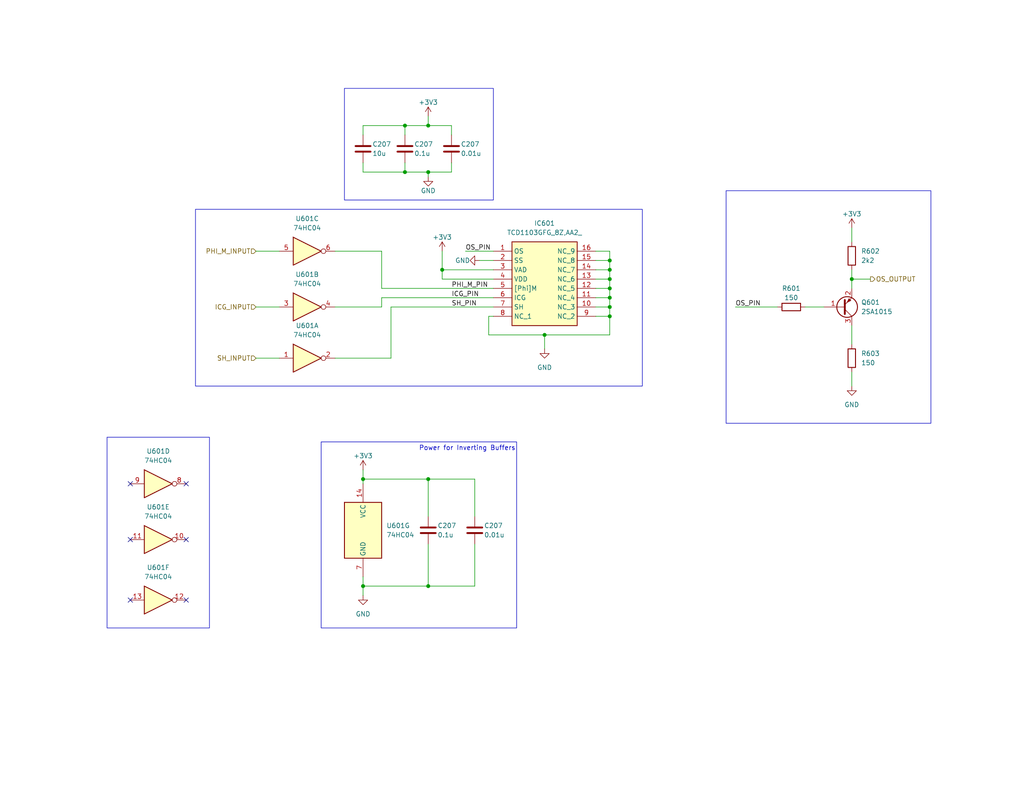
<source format=kicad_sch>
(kicad_sch (version 20230121) (generator eeschema)
  (paper "USLetter")
  (title_block (date "2023-11-30") (rev "Rev6"))
  (lib_symbols
    (symbol "74xx:74HC04"
      (property "Reference" "U" (at 0 1.27 0))
      (property "Value" "74HC04" (at 0 -1.27 0))
      (symbol "74HC04_1_0"
        (polyline (pts (xy -3.81 3.81) (xy -3.81 -3.81) (xy 3.81 0) (xy -3.81 3.81)) (stroke (width 0.254)) (fill (type background)))
        (pin input line (at -7.62 0 0) (length 3.81) (name "~") (number "1"))
        (pin output inverted (at 7.62 0 180) (length 3.81) (name "~") (number "2"))
      )
      (symbol "74HC04_2_0"
        (polyline (pts (xy -3.81 3.81) (xy -3.81 -3.81) (xy 3.81 0) (xy -3.81 3.81)) (stroke (width 0.254)) (fill (type background)))
        (pin input line (at -7.62 0 0) (length 3.81) (name "~") (number "3"))
        (pin output inverted (at 7.62 0 180) (length 3.81) (name "~") (number "4"))
      )
      (symbol "74HC04_3_0"
        (polyline (pts (xy -3.81 3.81) (xy -3.81 -3.81) (xy 3.81 0) (xy -3.81 3.81)) (stroke (width 0.254)) (fill (type background)))
        (pin input line (at -7.62 0 0) (length 3.81) (name "~") (number "5"))
        (pin output inverted (at 7.62 0 180) (length 3.81) (name "~") (number "6"))
      )
      (symbol "74HC04_4_0"
        (polyline (pts (xy -3.81 3.81) (xy -3.81 -3.81) (xy 3.81 0) (xy -3.81 3.81)) (stroke (width 0.254)) (fill (type background)))
        (pin output inverted (at 7.62 0 180) (length 3.81) (name "~") (number "8"))
        (pin input line (at -7.62 0 0) (length 3.81) (name "~") (number "9"))
      )
      (symbol "74HC04_5_0"
        (polyline (pts (xy -3.81 3.81) (xy -3.81 -3.81) (xy 3.81 0) (xy -3.81 3.81)) (stroke (width 0.254)) (fill (type background)))
        (pin output inverted (at 7.62 0 180) (length 3.81) (name "~") (number "10"))
        (pin input line (at -7.62 0 0) (length 3.81) (name "~") (number "11"))
      )
      (symbol "74HC04_6_0"
        (polyline (pts (xy -3.81 3.81) (xy -3.81 -3.81) (xy 3.81 0) (xy -3.81 3.81)) (stroke (width 0.254)) (fill (type background)))
        (pin output inverted (at 7.62 0 180) (length 3.81) (name "~") (number "12"))
        (pin input line (at -7.62 0 0) (length 3.81) (name "~") (number "13"))
      )
      (symbol "74HC04_7_0"
        (pin power_in line (at 0 12.7 270) (length 5.08) (name "VCC") (number "14"))
        (pin power_in line (at 0 -12.7 90) (length 5.08) (name "GND") (number "7"))
      )
      (symbol "74HC04_7_1"
        (rectangle (start -5.08 7.62) (end 5.08 -7.62) (stroke (width 0.254)) (fill (type background)))
      )
    )
    (symbol "BIRDS-X_Symbols_Lib:2SA1015_SMT" (pin_names (offset 0) hide)
      (property "Reference" "Q" (at 5.08 1.905 0))
      (property "Value" "2SA1015" (at 5.08 0 0))
      (symbol "2SA1015_SMT_0_1"
        (polyline (pts (xy 0 0) (xy 0.635 0)))
        (polyline (pts (xy 2.54 -2.54) (xy 0.635 -0.635)))
        (polyline (pts (xy 2.54 2.54) (xy 0.635 0.635)))
        (polyline (pts (xy 0.635 1.905) (xy 0.635 -1.905) (xy 0.635 -1.905)) (stroke (width 0.508)) (fill (type outline)))
        (polyline (pts (xy 1.778 -2.286) (xy 2.286 -1.778) (xy 1.27 -1.27) (xy 1.778 -2.286) (xy 1.778 -2.286)) (fill (type outline)))
        (circle (center 1.27 0) (radius 2.8194) (stroke (width 0.254)))
      )
      (symbol "2SA1015_SMT_1_1"
        (pin input line (at -5.08 0 0) (length 5.08) (name "B") (number "1"))
        (pin passive line (at 2.54 -5.08 90) (length 2.54) (name "E") (number "2"))
        (pin passive line (at 2.54 5.08 270) (length 2.54) (name "C") (number "3"))
      )
    )
    (symbol "BIRDS-X_Symbols_Lib:TCD1103GFG_8Z,AA2_"
      (property "Reference" "IC" (at 24.13 7.62 0))
      (property "Value" "TCD1103GFG_8Z,AA2_" (at 24.13 5.08 0))
      (symbol "TCD1103GFG_8Z,AA2__1_1"
        (rectangle (start 5.08 2.54) (end 22.86 -20.32) (stroke (width 0.254)) (fill (type background)))
        (pin passive line (at 0 0 0) (length 5.08) (name "OS") (number "1"))
        (pin passive line (at 27.94 -15.24 180) (length 5.08) (name "NC_3") (number "10"))
        (pin passive line (at 27.94 -12.7 180) (length 5.08) (name "NC_4") (number "11"))
        (pin passive line (at 27.94 -10.16 180) (length 5.08) (name "NC_5") (number "12"))
        (pin passive line (at 27.94 -7.62 180) (length 5.08) (name "NC_6") (number "13"))
        (pin passive line (at 27.94 -5.08 180) (length 5.08) (name "NC_7") (number "14"))
        (pin passive line (at 27.94 -2.54 180) (length 5.08) (name "NC_8") (number "15"))
        (pin passive line (at 27.94 0 180) (length 5.08) (name "NC_9") (number "16"))
        (pin passive line (at 0 -2.54 0) (length 5.08) (name "SS") (number "2"))
        (pin passive line (at 0 -5.08 0) (length 5.08) (name "VAD") (number "3"))
        (pin passive line (at 0 -7.62 0) (length 5.08) (name "VDD") (number "4"))
        (pin passive line (at 0 -10.16 0) (length 5.08) (name "[Phi]M") (number "5"))
        (pin passive line (at 0 -12.7 0) (length 5.08) (name "ICG") (number "6"))
        (pin passive line (at 0 -15.24 0) (length 5.08) (name "SH") (number "7"))
        (pin passive line (at 0 -17.78 0) (length 5.08) (name "NC_1") (number "8"))
        (pin passive line (at 27.94 -17.78 180) (length 5.08) (name "NC_2") (number "9"))
      )
    )
    (symbol "Device:C" (pin_numbers hide) (pin_names (offset 0.254))
      (property "Reference" "C" (at 0.635 2.54 0))
      (property "Value" "C" (at 0.635 -2.54 0))
      (symbol "C_0_1"
        (polyline (pts (xy -2.032 -0.762) (xy 2.032 -0.762)) (stroke (width 0.508)))
        (polyline (pts (xy -2.032 0.762) (xy 2.032 0.762)) (stroke (width 0.508)))
      )
      (symbol "C_1_1"
        (pin passive line (at 0 3.81 270) (length 2.794) (name "~") (number "1"))
        (pin passive line (at 0 -3.81 90) (length 2.794) (name "~") (number "2"))
      )
    )
    (symbol "Device:R" (pin_numbers hide) (pin_names (offset 0))
      (property "Reference" "R" (at 2.032 0 90))
      (property "Value" "R" (at 0 0 90))
      (symbol "R_0_1"
        (rectangle (start -1.016 -2.54) (end 1.016 2.54) (stroke (width 0.254)))
      )
      (symbol "R_1_1"
        (pin passive line (at 0 3.81 270) (length 1.27) (name "~") (number "1"))
        (pin passive line (at 0 -3.81 90) (length 1.27) (name "~") (number "2"))
      )
    )
    (symbol "power:+3V3" (power) (pin_names (offset 0))
      (property "Value" "+3V3" (at 0 3.556 0))
      (symbol "+3V3_0_1"
        (polyline (pts (xy -0.762 1.27) (xy 0 2.54)))
        (polyline (pts (xy 0 0) (xy 0 2.54)))
        (polyline (pts (xy 0 2.54) (xy 0.762 1.27)))
      )
      (symbol "+3V3_1_1"
        (pin power_in line (at 0 0 90) (length 0) hide (name "+3V3") (number "1"))
      )
    )
    (symbol "power:GND" (power) (pin_names (offset 0))
      (property "Value" "GND" (at 0 -3.81 0))
      (symbol "GND_0_1"
        (polyline (pts (xy 0 0) (xy 0 -1.27) (xy 1.27 -1.27) (xy 0 -2.54) (xy -1.27 -1.27) (xy 0 -1.27)))
      )
      (symbol "GND_1_1"
        (pin power_in line (at 0 0 270) (length 0) hide (name "GND") (number "1"))
      )
    )
  )
  (junction (at 148.59 91.44))
  (junction (at 232.41 76.2))
  (junction (at 166.37 71.12))
  (junction (at 99.06 160.02))
  (junction (at 166.37 83.82))
  (junction (at 116.84 130.81))
  (junction (at 116.84 34.29))
  (junction (at 116.84 46.99))
  (junction (at 166.37 73.66))
  (junction (at 166.37 76.2))
  (junction (at 116.84 160.02))
  (junction (at 120.65 73.66))
  (junction (at 110.49 34.29))
  (junction (at 166.37 86.36))
  (junction (at 166.37 78.74))
  (junction (at 99.06 130.81))
  (junction (at 166.37 81.28))
  (junction (at 110.49 46.99))
  (no_connect (at 50.8 132.08))
  (no_connect (at 35.56 163.83))
  (no_connect (at 50.8 163.83))
  (no_connect (at 35.56 132.08))
  (no_connect (at 35.56 147.32))
  (no_connect (at 50.8 147.32))
  (wire (pts (xy 116.84 130.81) (xy 99.06 130.81)))
  (wire (pts (xy 104.14 83.82) (xy 104.14 81.28)))
  (wire (pts (xy 99.06 46.99) (xy 110.49 46.99)))
  (wire (pts (xy 116.84 34.29) (xy 123.19 34.29)))
  (wire (pts (xy 134.62 86.36) (xy 133.35 86.36)))
  (wire (pts (xy 232.41 101.6) (xy 232.41 105.41)))
  (wire (pts (xy 148.59 91.44) (xy 166.37 91.44)))
  (wire (pts (xy 129.54 148.59) (xy 129.54 160.02)))
  (wire (pts (xy 69.85 83.82) (xy 76.2 83.82)))
  (wire (pts (xy 129.54 130.81) (xy 116.84 130.81)))
  (wire (pts (xy 166.37 86.36) (xy 166.37 91.44)))
  (wire (pts (xy 134.62 76.2) (xy 120.65 76.2)))
  (wire (pts (xy 166.37 68.58) (xy 166.37 71.12)))
  (wire (pts (xy 99.06 36.83) (xy 99.06 34.29)))
  (wire (pts (xy 123.19 34.29) (xy 123.19 36.83)))
  (wire (pts (xy 162.56 86.36) (xy 166.37 86.36)))
  (wire (pts (xy 91.44 97.79) (xy 106.68 97.79)))
  (wire (pts (xy 127 68.58) (xy 134.62 68.58)))
  (wire (pts (xy 110.49 44.45) (xy 110.49 46.99)))
  (wire (pts (xy 129.54 140.97) (xy 129.54 130.81)))
  (wire (pts (xy 99.06 157.48) (xy 99.06 160.02)))
  (wire (pts (xy 99.06 160.02) (xy 99.06 162.56)))
  (wire (pts (xy 120.65 73.66) (xy 120.65 68.58)))
  (wire (pts (xy 166.37 78.74) (xy 166.37 81.28)))
  (wire (pts (xy 166.37 71.12) (xy 166.37 73.66)))
  (wire (pts (xy 69.85 68.58) (xy 76.2 68.58)))
  (wire (pts (xy 162.56 81.28) (xy 166.37 81.28)))
  (wire (pts (xy 110.49 46.99) (xy 116.84 46.99)))
  (wire (pts (xy 232.41 76.2) (xy 237.49 76.2)))
  (wire (pts (xy 104.14 81.28) (xy 134.62 81.28)))
  (wire (pts (xy 166.37 76.2) (xy 166.37 78.74)))
  (wire (pts (xy 116.84 160.02) (xy 99.06 160.02)))
  (wire (pts (xy 110.49 34.29) (xy 116.84 34.29)))
  (wire (pts (xy 116.84 140.97) (xy 116.84 130.81)))
  (wire (pts (xy 104.14 78.74) (xy 134.62 78.74)))
  (wire (pts (xy 106.68 83.82) (xy 134.62 83.82)))
  (wire (pts (xy 116.84 31.75) (xy 116.84 34.29)))
  (wire (pts (xy 99.06 34.29) (xy 110.49 34.29)))
  (wire (pts (xy 162.56 78.74) (xy 166.37 78.74)))
  (wire (pts (xy 69.85 97.79) (xy 76.2 97.79)))
  (wire (pts (xy 116.84 148.59) (xy 116.84 160.02)))
  (wire (pts (xy 219.71 83.82) (xy 224.79 83.82)))
  (wire (pts (xy 133.35 86.36) (xy 133.35 91.44)))
  (wire (pts (xy 166.37 81.28) (xy 166.37 83.82)))
  (wire (pts (xy 232.41 76.2) (xy 232.41 78.74)))
  (wire (pts (xy 123.19 46.99) (xy 123.19 44.45)))
  (wire (pts (xy 162.56 71.12) (xy 166.37 71.12)))
  (wire (pts (xy 120.65 73.66) (xy 134.62 73.66)))
  (wire (pts (xy 162.56 83.82) (xy 166.37 83.82)))
  (wire (pts (xy 130.81 71.12) (xy 134.62 71.12)))
  (wire (pts (xy 129.54 160.02) (xy 116.84 160.02)))
  (wire (pts (xy 104.14 68.58) (xy 104.14 78.74)))
  (wire (pts (xy 232.41 62.23) (xy 232.41 66.04)))
  (wire (pts (xy 110.49 36.83) (xy 110.49 34.29)))
  (wire (pts (xy 162.56 76.2) (xy 166.37 76.2)))
  (wire (pts (xy 232.41 88.9) (xy 232.41 93.98)))
  (wire (pts (xy 99.06 130.81) (xy 99.06 132.08)))
  (wire (pts (xy 120.65 76.2) (xy 120.65 73.66)))
  (wire (pts (xy 99.06 128.27) (xy 99.06 130.81)))
  (wire (pts (xy 148.59 91.44) (xy 148.59 95.25)))
  (wire (pts (xy 166.37 83.82) (xy 166.37 86.36)))
  (wire (pts (xy 162.56 68.58) (xy 166.37 68.58)))
  (wire (pts (xy 166.37 73.66) (xy 166.37 76.2)))
  (wire (pts (xy 116.84 46.99) (xy 116.84 48.26)))
  (wire (pts (xy 116.84 46.99) (xy 123.19 46.99)))
  (wire (pts (xy 91.44 83.82) (xy 104.14 83.82)))
  (wire (pts (xy 162.56 73.66) (xy 166.37 73.66)))
  (wire (pts (xy 106.68 97.79) (xy 106.68 83.82)))
  (wire (pts (xy 200.66 83.82) (xy 212.09 83.82)))
  (wire (pts (xy 133.35 91.44) (xy 148.59 91.44)))
  (wire (pts (xy 99.06 44.45) (xy 99.06 46.99)))
  (wire (pts (xy 232.41 73.66) (xy 232.41 76.2)))
  (wire (pts (xy 91.44 68.58) (xy 104.14 68.58)))
  (rectangle (start 87.63 120.65) (end 140.97 171.45))
  (rectangle (start 198.12 52.07) (end 254 115.57))
  (rectangle (start 93.98 24.13) (end 134.62 54.61))
  (rectangle (start 53.34 57.15) (end 175.26 105.41))
  (rectangle (start 29.21 119.38) (end 57.15 171.45))
  (text "Power for Inverting Buffers" (at 114.3 123.19 0) (effects (font (size 1.27 1.27)) (justify left bottom)))
  (label "OS_PIN" (at 127 68.58 0))
  (label "PHI_M_PIN" (at 123.19 78.74 0))
  (label "OS_PIN" (at 200.66 83.82 0))
  (label "ICG_PIN" (at 123.19 81.28 0))
  (label "SH_PIN" (at 123.19 83.82 0))
  (hierarchical_label "PHI_M_INPUT" (shape input) (at 69.85 68.58 180))
  (hierarchical_label "ICG_INPUT" (shape input) (at 69.85 83.82 180))
  (hierarchical_label "OS_OUTPUT" (shape output) (at 237.49 76.2 0))
  (hierarchical_label "SH_INPUT" (shape input) (at 69.85 97.79 180))
  (symbol (lib_id "74xx:74HC04") (at 83.82 68.58 0) (unit 3)
    (property "Reference" "U601" (at 83.82 59.69 0))
    (property "Value" "74HC04" (at 83.82 62.23 0))
    (property "Footprint" "Package_SO:SOIC-14_3.9x8.7mm_P1.27mm" (effects hide))
    (property "Datasheet" "https://assets.nexperia.com/documents/data-sheet/74HC_HCT04.pdf" (effects hide))
    (property "LCSC" "C86613" (effects hide))
    (instances (project "BIRDS-X-PCB" (path "" (reference "U601") (unit 3)) (path "" (reference "U701") (unit 3))))
  )
  (symbol (lib_id "BIRDS-X_Symbols_Lib:TCD1103GFG_8Z,AA2_") (at 134.62 68.58 0) (unit 1)
    (property "Reference" "IC601" (at 148.59 60.96 0))
    (property "Value" "TCD1103GFG_8Z,AA2_" (at 148.59 63.5 0))
    (property "Footprint" "BIRDS-X_Footprints_Lib:TCD1103GFG8ZAA2" (effects hide))
    (property "Datasheet" "https://toshiba.semicon-storage.com/info/Web_Datasheet_en_20190124.pdf?did=13705" (effects hide))
    (property "Height" "2.48" (effects hide))
    (property "Mouser Part Number" "757-TCD1103GFG8ZAA2" (effects hide))
    (property "Mouser Price/Stock" "https://www.mouser.co.uk/ProductDetail/Toshiba/TCD1103GFG8ZAA2?qs=4qgZ1GHix0XOfPiKKqbsUQ%3D%3D" (effects hide))
    (property "Manufacturer_Name" "Toshiba" (effects hide))
    (property "Manufacturer_Part_Number" "TCD1103GFG(8Z,AA2)" (effects hide))
    (instances (project "BIRDS-X-PCB" (path "" (reference "IC601") (unit 1)) (path "" (reference "IC701") (unit 1))))
  )
  (symbol (lib_id "Device:C") (at 116.84 144.78 0) (unit 1)
    (property "Reference" "C207" (at 119.38 143.51 0) (effects (justify left)))
    (property "Value" "0.1u" (at 119.38 146.05 0) (effects (justify left)))
    (property "Footprint" "Capacitor_SMD:C_0603_1608Metric_Pad1.08x0.95mm_HandSolder" (effects hide))
    (instances (project "BIRDS-X-PCB" (path "" (reference "C207") (unit 1)) (path "" (reference "C603") (unit 1)) (path "" (reference "C703") (unit 1))))
  )
  (symbol (lib_id "power:GND") (at 99.06 162.56 0) (unit 1)
    (property "Reference" "#PWR08" (effects hide))
    (property "Value" "GND" (at 99.06 167.64 0))
    (instances (project "BIRDS-X-PCB" (path "" (reference "#PWR08") (unit 1)) (path "" (reference "#PWR0201") (unit 1)) (path "" (reference "#PWR0602") (unit 1)) (path "" (reference "#PWR0702") (unit 1))))
  )
  (symbol (lib_id "74xx:74HC04") (at 43.18 147.32 0) (unit 5)
    (property "Reference" "U601" (at 43.18 138.43 0))
    (property "Value" "74HC04" (at 43.18 140.97 0))
    (property "Footprint" "Package_SO:SOIC-14_3.9x8.7mm_P1.27mm" (effects hide))
    (property "Datasheet" "https://assets.nexperia.com/documents/data-sheet/74HC_HCT04.pdf" (effects hide))
    (property "LCSC" "C86613" (effects hide))
    (instances (project "BIRDS-X-PCB" (path "" (reference "U601") (unit 5)) (path "" (reference "U701") (unit 5))))
  )
  (symbol (lib_id "74xx:74HC04") (at 99.06 144.78 0) (unit 7)
    (property "Reference" "U601" (at 105.41 143.51 0) (effects (justify left)))
    (property "Value" "74HC04" (at 105.41 146.05 0) (effects (justify left)))
    (property "Footprint" "Package_SO:SOIC-14_3.9x8.7mm_P1.27mm" (effects hide))
    (property "Datasheet" "https://assets.nexperia.com/documents/data-sheet/74HC_HCT04.pdf" (effects hide))
    (property "LCSC" "C86613" (effects hide))
    (instances (project "BIRDS-X-PCB" (path "" (reference "U601") (unit 7)) (path "" (reference "U701") (unit 7))))
  )
  (symbol (lib_id "power:+3V3") (at 99.06 128.27 0) (unit 1)
    (property "Reference" "#PWR0207" (effects hide))
    (property "Value" "+3V3" (at 99.06 124.46 0))
    (instances (project "BIRDS-X-PCB" (path "" (reference "#PWR0207") (unit 1)) (path "" (reference "#PWR0601") (unit 1)) (path "" (reference "#PWR0701") (unit 1))))
  )
  (symbol (lib_id "Device:R") (at 232.41 69.85 180) (unit 1)
    (property "Reference" "R602" (at 234.95 68.58 0) (effects (justify right)))
    (property "Value" "2k2" (at 234.95 71.12 0) (effects (justify right)))
    (property "Footprint" "Resistor_SMD:R_0603_1608Metric_Pad0.98x0.95mm_HandSolder" (effects hide))
    (instances (project "BIRDS-X-PCB" (path "" (reference "R602") (unit 1)) (path "" (reference "R702") (unit 1))))
  )
  (symbol (lib_id "power:GND") (at 130.81 71.12 270) (unit 1)
    (property "Reference" "#PWR08" (effects hide))
    (property "Value" "GND" (at 128.27 71.12 90) (effects (justify right)))
    (instances (project "BIRDS-X-PCB" (path "" (reference "#PWR08") (unit 1)) (path "" (reference "#PWR0201") (unit 1)) (path "" (reference "#PWR0606") (unit 1)) (path "" (reference "#PWR0706") (unit 1))))
  )
  (symbol (lib_id "power:+3V3") (at 120.65 68.58 0) (unit 1)
    (property "Reference" "#PWR0207" (effects hide))
    (property "Value" "+3V3" (at 120.65 64.77 0))
    (instances (project "BIRDS-X-PCB" (path "" (reference "#PWR0207") (unit 1)) (path "" (reference "#PWR0605") (unit 1)) (path "" (reference "#PWR0705") (unit 1))))
  )
  (symbol (lib_id "power:GND") (at 232.41 105.41 0) (unit 1)
    (property "Reference" "#PWR08" (effects hide))
    (property "Value" "GND" (at 232.41 110.49 0))
    (instances (project "BIRDS-X-PCB" (path "" (reference "#PWR08") (unit 1)) (path "" (reference "#PWR0201") (unit 1)) (path "" (reference "#PWR0609") (unit 1)) (path "" (reference "#PWR0709") (unit 1))))
  )
  (symbol (lib_id "BIRDS-X_Symbols_Lib:2SA1015_SMT") (at 229.87 83.82 0) (mirror x) (unit 1)
    (property "Reference" "Q601" (at 234.95 82.55 0) (effects (justify left)))
    (property "Value" "2SA1015" (at 234.95 85.09 0) (effects (justify left)))
    (property "Footprint" "Package_TO_SOT_SMD:SOT-23" (effects hide))
    (property "Datasheet" "https://datasheet.lcsc.com/lcsc/2210101800_HXY-MOSFET-2SA1015_C5189099.pdf" (effects hide))
    (property "Datasheet_Orig" "http://www.datasheetcatalog.org/datasheet/toshiba/905.pdf" (effects hide))
    (property "LCSC" "C5189099" (effects hide))
    (instances (project "BIRDS-X-PCB" (path "" (reference "Q601") (unit 1)) (path "" (reference "Q701") (unit 1))))
  )
  (symbol (lib_id "74xx:74HC04") (at 43.18 132.08 0) (unit 4)
    (property "Reference" "U601" (at 43.18 123.19 0))
    (property "Value" "74HC04" (at 43.18 125.73 0))
    (property "Footprint" "Package_SO:SOIC-14_3.9x8.7mm_P1.27mm" (effects hide))
    (property "Datasheet" "https://assets.nexperia.com/documents/data-sheet/74HC_HCT04.pdf" (effects hide))
    (property "LCSC" "C86613" (effects hide))
    (instances (project "BIRDS-X-PCB" (path "" (reference "U601") (unit 4)) (path "" (reference "U701") (unit 4))))
  )
  (symbol (lib_id "Device:C") (at 129.54 144.78 0) (unit 1)
    (property "Reference" "C207" (at 132.08 143.51 0) (effects (justify left)))
    (property "Value" "0.01u" (at 132.08 146.05 0) (effects (justify left)))
    (property "Footprint" "Capacitor_SMD:C_0603_1608Metric_Pad1.08x0.95mm_HandSolder" (effects hide))
    (instances (project "BIRDS-X-PCB" (path "" (reference "C207") (unit 1)) (path "" (reference "C605") (unit 1)) (path "" (reference "C705") (unit 1))))
  )
  (symbol (lib_id "Device:R") (at 215.9 83.82 90) (unit 1)
    (property "Reference" "R601" (at 215.9 78.74 90))
    (property "Value" "150" (at 215.9 81.28 90))
    (property "Footprint" "Resistor_SMD:R_0603_1608Metric_Pad0.98x0.95mm_HandSolder" (effects hide))
    (instances (project "BIRDS-X-PCB" (path "" (reference "R601") (unit 1)) (path "" (reference "R701") (unit 1))))
  )
  (symbol (lib_id "Device:C") (at 99.06 40.64 0) (unit 1)
    (property "Reference" "C207" (at 101.6 39.37 0) (effects (justify left)))
    (property "Value" "10u" (at 101.6 41.91 0) (effects (justify left)))
    (property "Footprint" "Capacitor_SMD:C_0603_1608Metric_Pad1.08x0.95mm_HandSolder" (effects hide))
    (instances (project "BIRDS-X-PCB" (path "" (reference "C207") (unit 1)) (path "" (reference "C601") (unit 1)) (path "" (reference "C701") (unit 1))))
  )
  (symbol (lib_id "74xx:74HC04") (at 83.82 83.82 0) (unit 2)
    (property "Reference" "U601" (at 83.82 74.93 0))
    (property "Value" "74HC04" (at 83.82 77.47 0))
    (property "Footprint" "Package_SO:SOIC-14_3.9x8.7mm_P1.27mm" (effects hide))
    (property "Datasheet" "https://assets.nexperia.com/documents/data-sheet/74HC_HCT04.pdf" (effects hide))
    (property "LCSC" "C86613" (effects hide))
    (instances (project "BIRDS-X-PCB" (path "" (reference "U601") (unit 2)) (path "" (reference "U701") (unit 2))))
  )
  (symbol (lib_id "power:GND") (at 116.84 48.26 0) (unit 1)
    (property "Reference" "#PWR08" (effects hide))
    (property "Value" "GND" (at 116.84 52.07 0))
    (instances (project "BIRDS-X-PCB" (path "" (reference "#PWR08") (unit 1)) (path "" (reference "#PWR0201") (unit 1)) (path "" (reference "#PWR0604") (unit 1)) (path "" (reference "#PWR0704") (unit 1))))
  )
  (symbol (lib_id "power:GND") (at 148.59 95.25 0) (unit 1)
    (property "Reference" "#PWR08" (effects hide))
    (property "Value" "GND" (at 148.59 100.33 0))
    (instances (project "BIRDS-X-PCB" (path "" (reference "#PWR08") (unit 1)) (path "" (reference "#PWR0201") (unit 1)) (path "" (reference "#PWR0607") (unit 1)) (path "" (reference "#PWR0707") (unit 1))))
  )
  (symbol (lib_id "Device:C") (at 123.19 40.64 0) (unit 1)
    (property "Reference" "C207" (at 125.73 39.37 0) (effects (justify left)))
    (property "Value" "0.01u" (at 125.73 41.91 0) (effects (justify left)))
    (property "Footprint" "Capacitor_SMD:C_0603_1608Metric_Pad1.08x0.95mm_HandSolder" (effects hide))
    (instances (project "BIRDS-X-PCB" (path "" (reference "C207") (unit 1)) (path "" (reference "C604") (unit 1)) (path "" (reference "C704") (unit 1))))
  )
  (symbol (lib_id "74xx:74HC04") (at 83.82 97.79 0) (unit 1)
    (property "Reference" "U601" (at 83.82 88.9 0))
    (property "Value" "74HC04" (at 83.82 91.44 0))
    (property "Footprint" "Package_SO:SOIC-14_3.9x8.7mm_P1.27mm" (effects hide))
    (property "Datasheet" "https://assets.nexperia.com/documents/data-sheet/74HC_HCT04.pdf" (effects hide))
    (property "LCSC" "C86613" (effects hide))
    (instances (project "BIRDS-X-PCB" (path "" (reference "U601") (unit 1)) (path "" (reference "U701") (unit 1))))
  )
  (symbol (lib_id "power:+3V3") (at 116.84 31.75 0) (unit 1)
    (property "Reference" "#PWR0207" (effects hide))
    (property "Value" "+3V3" (at 116.84 27.94 0))
    (instances (project "BIRDS-X-PCB" (path "" (reference "#PWR0207") (unit 1)) (path "" (reference "#PWR0603") (unit 1)) (path "" (reference "#PWR0703") (unit 1))))
  )
  (symbol (lib_id "power:+3V3") (at 232.41 62.23 0) (unit 1)
    (property "Reference" "#PWR0207" (effects hide))
    (property "Value" "+3V3" (at 232.41 58.42 0))
    (instances (project "BIRDS-X-PCB" (path "" (reference "#PWR0207") (unit 1)) (path "" (reference "#PWR0608") (unit 1)) (path "" (reference "#PWR0708") (unit 1))))
  )
  (symbol (lib_id "74xx:74HC04") (at 43.18 163.83 0) (unit 6)
    (property "Reference" "U601" (at 43.18 154.94 0))
    (property "Value" "74HC04" (at 43.18 157.48 0))
    (property "Footprint" "Package_SO:SOIC-14_3.9x8.7mm_P1.27mm" (effects hide))
    (property "Datasheet" "https://assets.nexperia.com/documents/data-sheet/74HC_HCT04.pdf" (effects hide))
    (property "LCSC" "C86613" (effects hide))
    (instances (project "BIRDS-X-PCB" (path "" (reference "U601") (unit 6)) (path "" (reference "U701") (unit 6))))
  )
  (symbol (lib_id "Device:C") (at 110.49 40.64 0) (unit 1)
    (property "Reference" "C207" (at 113.03 39.37 0) (effects (justify left)))
    (property "Value" "0.1u" (at 113.03 41.91 0) (effects (justify left)))
    (property "Footprint" "Capacitor_SMD:C_0603_1608Metric_Pad1.08x0.95mm_HandSolder" (effects hide))
    (instances (project "BIRDS-X-PCB" (path "" (reference "C207") (unit 1)) (path "" (reference "C602") (unit 1)) (path "" (reference "C702") (unit 1))))
  )
  (symbol (lib_id "Device:R") (at 232.41 97.79 0) (unit 1)
    (property "Reference" "R603" (at 234.95 96.52 0) (effects (justify left)))
    (property "Value" "150" (at 234.95 99.06 0) (effects (justify left)))
    (property "Footprint" "Resistor_SMD:R_0603_1608Metric_Pad0.98x0.95mm_HandSolder" (effects hide))
    (instances (project "BIRDS-X-PCB" (path "" (reference "R603") (unit 1)) (path "" (reference "R703") (unit 1))))
  )
)
</source>
